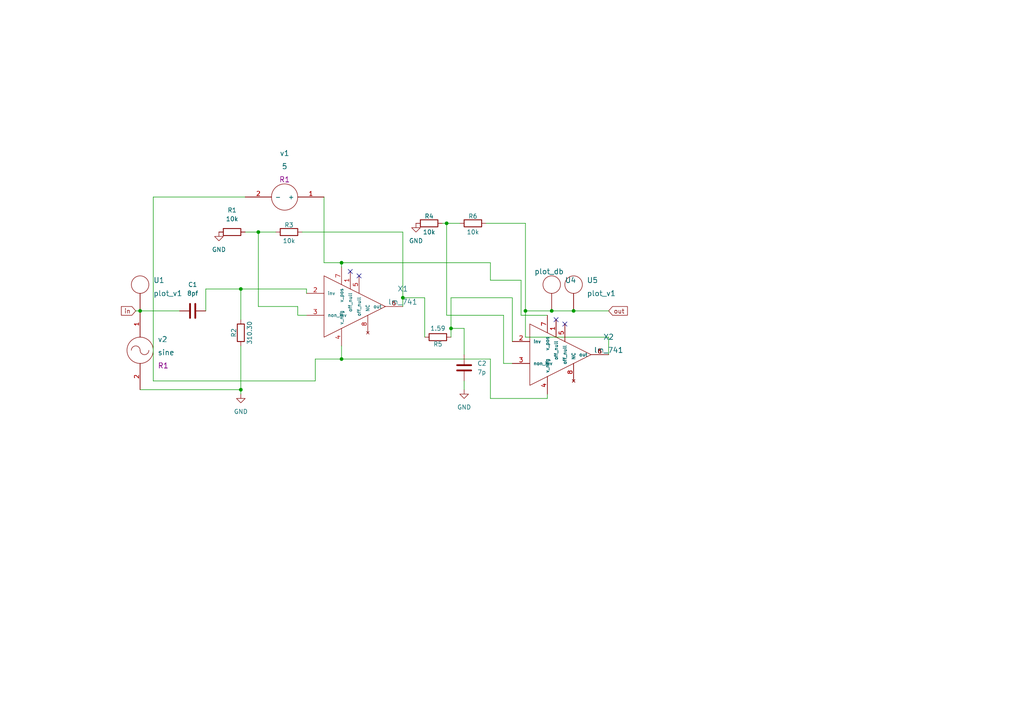
<source format=kicad_sch>
(kicad_sch (version 20211123) (generator eeschema)

  (uuid 9ce068d3-bd70-408a-a465-3e5b5c99282f)

  (paper "A4")

  (lib_symbols
    (symbol "eSim_Devices:capacitor" (pin_numbers hide) (pin_names (offset 0.254)) (in_bom yes) (on_board yes)
      (property "Reference" "C" (id 0) (at 0.635 2.54 0)
        (effects (font (size 1.27 1.27)) (justify left))
      )
      (property "Value" "capacitor" (id 1) (at 0.635 -2.54 0)
        (effects (font (size 1.27 1.27)) (justify left))
      )
      (property "Footprint" "" (id 2) (at 0.9652 -3.81 0)
        (effects (font (size 0.762 0.762)))
      )
      (property "Datasheet" "" (id 3) (at 0 0 0)
        (effects (font (size 1.524 1.524)))
      )
      (property "ki_fp_filters" "C_*" (id 4) (at 0 0 0)
        (effects (font (size 1.27 1.27)) hide)
      )
      (symbol "capacitor_0_1"
        (polyline
          (pts
            (xy -2.032 -0.762)
            (xy 2.032 -0.762)
          )
          (stroke (width 0.508) (type default) (color 0 0 0 0))
          (fill (type none))
        )
        (polyline
          (pts
            (xy -2.032 0.762)
            (xy 2.032 0.762)
          )
          (stroke (width 0.508) (type default) (color 0 0 0 0))
          (fill (type none))
        )
      )
      (symbol "capacitor_1_1"
        (pin passive line (at 0 3.81 270) (length 2.794)
          (name "~" (effects (font (size 1.016 1.016))))
          (number "1" (effects (font (size 1.016 1.016))))
        )
        (pin passive line (at 0 -3.81 90) (length 2.794)
          (name "~" (effects (font (size 1.016 1.016))))
          (number "2" (effects (font (size 1.016 1.016))))
        )
      )
    )
    (symbol "eSim_Devices:resistor" (pin_numbers hide) (pin_names (offset 0)) (in_bom yes) (on_board yes)
      (property "Reference" "R" (id 0) (at 1.27 3.302 0)
        (effects (font (size 1.27 1.27)))
      )
      (property "Value" "resistor" (id 1) (at 1.27 -1.27 0)
        (effects (font (size 1.27 1.27)))
      )
      (property "Footprint" "" (id 2) (at 1.27 -0.508 0)
        (effects (font (size 0.762 0.762)))
      )
      (property "Datasheet" "" (id 3) (at 1.27 1.27 90)
        (effects (font (size 0.762 0.762)))
      )
      (property "ki_fp_filters" "R_* Resistor_*" (id 4) (at 0 0 0)
        (effects (font (size 1.27 1.27)) hide)
      )
      (symbol "resistor_0_1"
        (rectangle (start 3.81 0.254) (end -1.27 2.286)
          (stroke (width 0.254) (type default) (color 0 0 0 0))
          (fill (type none))
        )
      )
      (symbol "resistor_1_1"
        (pin passive line (at -2.54 1.27 0) (length 1.27)
          (name "~" (effects (font (size 1.524 1.524))))
          (number "1" (effects (font (size 1.524 1.524))))
        )
        (pin passive line (at 5.08 1.27 180) (length 1.27)
          (name "~" (effects (font (size 1.524 1.524))))
          (number "2" (effects (font (size 1.524 1.524))))
        )
      )
    )
    (symbol "eSim_Plot:plot_db" (pin_names (offset 1.016)) (in_bom yes) (on_board yes)
      (property "Reference" "U" (id 0) (at 0 12.7 0)
        (effects (font (size 1.524 1.524)))
      )
      (property "Value" "plot_db" (id 1) (at 5.08 8.89 0)
        (effects (font (size 1.524 1.524)))
      )
      (property "Footprint" "" (id 2) (at 0 0 0)
        (effects (font (size 1.524 1.524)))
      )
      (property "Datasheet" "" (id 3) (at 0 0 0)
        (effects (font (size 1.524 1.524)))
      )
      (symbol "plot_db_0_1"
        (circle (center 0 12.7) (radius 2.54)
          (stroke (width 0) (type default) (color 0 0 0 0))
          (fill (type none))
        )
      )
      (symbol "plot_db_1_1"
        (pin input line (at 0 5.08 90) (length 5.08)
          (name "~" (effects (font (size 1.27 1.27))))
          (number "~" (effects (font (size 1.27 1.27))))
        )
      )
    )
    (symbol "eSim_Plot:plot_v1" (pin_names (offset 1.016)) (in_bom yes) (on_board yes)
      (property "Reference" "U" (id 0) (at 0 12.7 0)
        (effects (font (size 1.524 1.524)))
      )
      (property "Value" "plot_v1" (id 1) (at 5.08 8.89 0)
        (effects (font (size 1.524 1.524)))
      )
      (property "Footprint" "" (id 2) (at 0 0 0)
        (effects (font (size 1.524 1.524)))
      )
      (property "Datasheet" "" (id 3) (at 0 0 0)
        (effects (font (size 1.524 1.524)))
      )
      (symbol "plot_v1_0_1"
        (circle (center 0 12.7) (radius 2.54)
          (stroke (width 0) (type default) (color 0 0 0 0))
          (fill (type none))
        )
      )
      (symbol "plot_v1_1_1"
        (pin input line (at 0 5.08 90) (length 5.08)
          (name "~" (effects (font (size 1.27 1.27))))
          (number "~" (effects (font (size 1.27 1.27))))
        )
      )
    )
    (symbol "eSim_Sources:DC" (pin_names (offset 1.016)) (in_bom yes) (on_board yes)
      (property "Reference" "v" (id 0) (at -5.08 2.54 0)
        (effects (font (size 1.524 1.524)))
      )
      (property "Value" "DC" (id 1) (at -5.08 -1.27 0)
        (effects (font (size 1.524 1.524)))
      )
      (property "Footprint" "R1" (id 2) (at -7.62 0 0)
        (effects (font (size 1.524 1.524)))
      )
      (property "Datasheet" "" (id 3) (at 0 0 0)
        (effects (font (size 1.524 1.524)))
      )
      (property "ki_fp_filters" "1_pin" (id 4) (at 0 0 0)
        (effects (font (size 1.27 1.27)) hide)
      )
      (symbol "DC_0_1"
        (circle (center 0 0) (radius 3.81)
          (stroke (width 0) (type default) (color 0 0 0 0))
          (fill (type none))
        )
      )
      (symbol "DC_1_1"
        (pin power_out line (at 0 11.43 270) (length 7.62)
          (name "+" (effects (font (size 1.27 1.27))))
          (number "1" (effects (font (size 1.27 1.27))))
        )
        (pin power_out line (at 0 -11.43 90) (length 7.62)
          (name "-" (effects (font (size 1.27 1.27))))
          (number "2" (effects (font (size 1.27 1.27))))
        )
      )
    )
    (symbol "eSim_Sources:sine" (pin_names (offset 1.016)) (in_bom yes) (on_board yes)
      (property "Reference" "v" (id 0) (at -5.08 2.54 0)
        (effects (font (size 1.524 1.524)))
      )
      (property "Value" "sine" (id 1) (at -5.08 -1.27 0)
        (effects (font (size 1.524 1.524)))
      )
      (property "Footprint" "R1" (id 2) (at -7.62 0 0)
        (effects (font (size 1.524 1.524)))
      )
      (property "Datasheet" "" (id 3) (at 0 0 0)
        (effects (font (size 1.524 1.524)))
      )
      (property "ki_fp_filters" "1_pin" (id 4) (at 0 0 0)
        (effects (font (size 1.27 1.27)) hide)
      )
      (symbol "sine_0_1"
        (arc (start 0 0) (mid -1.27 1.27) (end -2.54 0)
          (stroke (width 0) (type default) (color 0 0 0 0))
          (fill (type none))
        )
        (arc (start 0 0) (mid 1.27 -1.27) (end 2.54 0)
          (stroke (width 0) (type default) (color 0 0 0 0))
          (fill (type none))
        )
        (circle (center 0 0) (radius 3.81)
          (stroke (width 0) (type default) (color 0 0 0 0))
          (fill (type none))
        )
      )
      (symbol "sine_1_1"
        (pin input line (at 0 11.43 270) (length 7.62)
          (name "+" (effects (font (size 0 0))))
          (number "1" (effects (font (size 1.27 1.27))))
        )
        (pin input line (at 0 -11.43 90) (length 7.62)
          (name "-" (effects (font (size 0 0))))
          (number "2" (effects (font (size 1.27 1.27))))
        )
      )
    )
    (symbol "eSim_Subckt:lm_741" (pin_names (offset 1.016)) (in_bom yes) (on_board yes)
      (property "Reference" "X" (id 0) (at -5.08 0 0)
        (effects (font (size 1.524 1.524)))
      )
      (property "Value" "lm_741" (id 1) (at -2.54 -6.35 0)
        (effects (font (size 1.524 1.524)))
      )
      (property "Footprint" "" (id 2) (at 0 0 0)
        (effects (font (size 1.524 1.524)))
      )
      (property "Datasheet" "" (id 3) (at 0 0 0)
        (effects (font (size 1.524 1.524)))
      )
      (symbol "lm_741_0_1"
        (polyline
          (pts
            (xy -8.89 8.89)
            (xy 8.89 0)
            (xy -8.89 -8.89)
            (xy -8.89 8.89)
          )
          (stroke (width 0) (type default) (color 0 0 0 0))
          (fill (type none))
        )
      )
      (symbol "lm_741_1_1"
        (pin input line (at -1.27 10.16 270) (length 5.08)
          (name "off_null" (effects (font (size 0.9652 0.9652))))
          (number "1" (effects (font (size 1.27 1.27))))
        )
        (pin input line (at -13.97 3.81 0) (length 5.08)
          (name "inv" (effects (font (size 0.9652 0.9652))))
          (number "2" (effects (font (size 1.27 1.27))))
        )
        (pin input line (at -13.97 -2.54 0) (length 5.08)
          (name "non_inv" (effects (font (size 0.9652 0.9652))))
          (number "3" (effects (font (size 1.27 1.27))))
        )
        (pin input line (at -3.81 -11.43 90) (length 5.08)
          (name "v_neg" (effects (font (size 0.9652 0.9652))))
          (number "4" (effects (font (size 1.27 1.27))))
        )
        (pin input line (at 1.27 8.89 270) (length 5.08)
          (name "off_null" (effects (font (size 0.9652 0.9652))))
          (number "5" (effects (font (size 1.27 1.27))))
        )
        (pin output line (at 13.97 0 180) (length 5.08)
          (name "out" (effects (font (size 0.9652 0.9652))))
          (number "6" (effects (font (size 1.27 1.27))))
        )
        (pin input line (at -3.81 11.43 270) (length 5.08)
          (name "v_pos" (effects (font (size 0.9652 0.9652))))
          (number "7" (effects (font (size 1.27 1.27))))
        )
        (pin no_connect line (at 3.81 -7.62 90) (length 5.08)
          (name "NC" (effects (font (size 0.9652 0.9652))))
          (number "8" (effects (font (size 1.27 1.27))))
        )
      )
    )
    (symbol "power:GND" (power) (pin_names (offset 0)) (in_bom yes) (on_board yes)
      (property "Reference" "#PWR" (id 0) (at 0 -6.35 0)
        (effects (font (size 1.27 1.27)) hide)
      )
      (property "Value" "GND" (id 1) (at 0 -3.81 0)
        (effects (font (size 1.27 1.27)))
      )
      (property "Footprint" "" (id 2) (at 0 0 0)
        (effects (font (size 1.27 1.27)) hide)
      )
      (property "Datasheet" "" (id 3) (at 0 0 0)
        (effects (font (size 1.27 1.27)) hide)
      )
      (property "ki_keywords" "global power" (id 4) (at 0 0 0)
        (effects (font (size 1.27 1.27)) hide)
      )
      (property "ki_description" "Power symbol creates a global label with name \"GND\" , ground" (id 5) (at 0 0 0)
        (effects (font (size 1.27 1.27)) hide)
      )
      (symbol "GND_0_1"
        (polyline
          (pts
            (xy 0 0)
            (xy 0 -1.27)
            (xy 1.27 -1.27)
            (xy 0 -2.54)
            (xy -1.27 -1.27)
            (xy 0 -1.27)
          )
          (stroke (width 0) (type default) (color 0 0 0 0))
          (fill (type none))
        )
      )
      (symbol "GND_1_1"
        (pin power_in line (at 0 0 270) (length 0) hide
          (name "GND" (effects (font (size 1.27 1.27))))
          (number "1" (effects (font (size 1.27 1.27))))
        )
      )
    )
  )

  (junction (at 99.06 76.2) (diameter 0) (color 0 0 0 0)
    (uuid 0282cbb8-d5ad-4fce-a161-438f66c55ebc)
  )
  (junction (at 74.93 67.31) (diameter 0) (color 0 0 0 0)
    (uuid 0c07638e-173d-4b70-b0a8-14f8812b61b2)
  )
  (junction (at 99.06 104.14) (diameter 0) (color 0 0 0 0)
    (uuid 26400f4f-2e70-402b-915a-7e26109e4177)
  )
  (junction (at 69.85 113.03) (diameter 0) (color 0 0 0 0)
    (uuid 37a9af69-839c-4b20-bedb-2b1b1bf40048)
  )
  (junction (at 152.4 90.17) (diameter 0) (color 0 0 0 0)
    (uuid 409f5528-987a-443e-8818-af20280fae06)
  )
  (junction (at 40.64 90.17) (diameter 0) (color 0 0 0 0)
    (uuid 4f4121a1-f017-4782-a94d-e52c86e38051)
  )
  (junction (at 116.84 86.36) (diameter 0) (color 0 0 0 0)
    (uuid 5a4a98e2-01f7-4079-865d-6a6a9a101746)
  )
  (junction (at 166.37 90.17) (diameter 0) (color 0 0 0 0)
    (uuid 66cb7e90-9d8a-4cd2-ad6b-38c431eebc9a)
  )
  (junction (at 69.85 83.82) (diameter 0) (color 0 0 0 0)
    (uuid 81ef74db-21c8-46c9-a2d7-4e32be960bed)
  )
  (junction (at 160.02 90.17) (diameter 0) (color 0 0 0 0)
    (uuid a733703c-55e2-4eec-af85-6696f8b53a10)
  )
  (junction (at 129.54 64.77) (diameter 0) (color 0 0 0 0)
    (uuid f0c88a59-74b6-4073-a038-e8a24511d4da)
  )
  (junction (at 130.81 95.25) (diameter 0) (color 0 0 0 0)
    (uuid f1cfd8bb-97d9-45b6-bd35-13f30660a66b)
  )

  (no_connect (at 101.6 78.74) (uuid 0ee1a429-aed0-4b91-a4e6-0273040a2c4f))
  (no_connect (at 104.14 80.01) (uuid 873e57b9-82be-4dec-82a7-93409a49f55a))
  (no_connect (at 161.29 92.71) (uuid 94520c07-e3f7-4f26-8245-11627c627b80))
  (no_connect (at 163.83 93.98) (uuid cd7b9987-4ae3-4898-a031-6a4ea3f1e513))

  (wire (pts (xy 142.24 104.14) (xy 99.06 104.14))
    (stroke (width 0) (type default) (color 0 0 0 0))
    (uuid 019b1d69-2268-49d9-bcc2-336105c3e518)
  )
  (wire (pts (xy 69.85 114.3) (xy 69.85 113.03))
    (stroke (width 0) (type default) (color 0 0 0 0))
    (uuid 05cb170c-cdec-4232-9e07-1a6cdb3aaa9e)
  )
  (wire (pts (xy 152.4 90.17) (xy 152.4 97.79))
    (stroke (width 0) (type default) (color 0 0 0 0))
    (uuid 0a437bf4-9880-4155-ba7f-bdf079a11afc)
  )
  (wire (pts (xy 140.97 64.77) (xy 152.4 64.77))
    (stroke (width 0) (type default) (color 0 0 0 0))
    (uuid 0a6597f2-869b-4c03-a89a-45fb817624d5)
  )
  (wire (pts (xy 129.54 64.77) (xy 133.35 64.77))
    (stroke (width 0) (type default) (color 0 0 0 0))
    (uuid 195b16a0-1913-44ef-b004-df00ebca06cb)
  )
  (wire (pts (xy 151.13 81.28) (xy 142.24 81.28))
    (stroke (width 0) (type default) (color 0 0 0 0))
    (uuid 19bda347-19f5-4108-8a9b-7803a85e99b3)
  )
  (wire (pts (xy 71.12 67.31) (xy 74.93 67.31))
    (stroke (width 0) (type default) (color 0 0 0 0))
    (uuid 1d7c0b09-7b7a-4a37-8da6-4c014b13a036)
  )
  (wire (pts (xy 69.85 83.82) (xy 88.9 83.82))
    (stroke (width 0) (type default) (color 0 0 0 0))
    (uuid 2058246c-6730-4a54-b378-c845a50c9fa3)
  )
  (wire (pts (xy 158.75 115.57) (xy 158.75 114.3))
    (stroke (width 0) (type default) (color 0 0 0 0))
    (uuid 22201676-f1f2-46f8-9a5b-ab8b7a01bb05)
  )
  (wire (pts (xy 44.45 57.15) (xy 44.45 110.49))
    (stroke (width 0) (type default) (color 0 0 0 0))
    (uuid 23dbc872-a352-4769-a581-117261e0e8ba)
  )
  (wire (pts (xy 99.06 76.2) (xy 99.06 77.47))
    (stroke (width 0) (type default) (color 0 0 0 0))
    (uuid 27ba14e5-90c8-41cc-865d-ebfadd8c416a)
  )
  (wire (pts (xy 142.24 76.2) (xy 142.24 81.28))
    (stroke (width 0) (type default) (color 0 0 0 0))
    (uuid 28072fde-b0c1-47ca-850a-7eb8a65ef795)
  )
  (wire (pts (xy 129.54 64.77) (xy 129.54 91.44))
    (stroke (width 0) (type default) (color 0 0 0 0))
    (uuid 2854c758-afc7-41d2-913f-770aaf570f61)
  )
  (wire (pts (xy 146.05 91.44) (xy 146.05 105.41))
    (stroke (width 0) (type default) (color 0 0 0 0))
    (uuid 2f8d6ddc-9fb8-4112-aa58-9a18a69ac2e0)
  )
  (wire (pts (xy 116.84 86.36) (xy 116.84 88.9))
    (stroke (width 0) (type default) (color 0 0 0 0))
    (uuid 2fb84edb-35dd-4b10-8dcf-28f9d3c40854)
  )
  (wire (pts (xy 160.02 90.17) (xy 166.37 90.17))
    (stroke (width 0) (type default) (color 0 0 0 0))
    (uuid 339df927-8ae4-4af9-bc6f-7d8844892106)
  )
  (wire (pts (xy 152.4 97.79) (xy 176.53 97.79))
    (stroke (width 0) (type default) (color 0 0 0 0))
    (uuid 37fec3cc-6d28-4db5-991a-2f2fc96175e9)
  )
  (wire (pts (xy 99.06 100.33) (xy 99.06 104.14))
    (stroke (width 0) (type default) (color 0 0 0 0))
    (uuid 4a6826ac-a339-48be-8cb7-38a68979da7e)
  )
  (wire (pts (xy 130.81 86.36) (xy 148.59 86.36))
    (stroke (width 0) (type default) (color 0 0 0 0))
    (uuid 53d32692-2bf3-45f9-b82f-710a324cc9e5)
  )
  (wire (pts (xy 40.64 90.17) (xy 52.07 90.17))
    (stroke (width 0) (type default) (color 0 0 0 0))
    (uuid 590908a8-8c2b-42c3-be2c-2ad4e3236959)
  )
  (wire (pts (xy 44.45 110.49) (xy 91.44 110.49))
    (stroke (width 0) (type default) (color 0 0 0 0))
    (uuid 5b8b4bc2-bad7-41ff-8a53-9b01c69be2be)
  )
  (wire (pts (xy 74.93 88.9) (xy 86.36 88.9))
    (stroke (width 0) (type default) (color 0 0 0 0))
    (uuid 5ca8d0cb-90af-42c4-a88f-81d726a82172)
  )
  (wire (pts (xy 128.27 64.77) (xy 129.54 64.77))
    (stroke (width 0) (type default) (color 0 0 0 0))
    (uuid 5ec2c7c7-cde5-44db-ad39-bf0597262d49)
  )
  (wire (pts (xy 146.05 105.41) (xy 148.59 105.41))
    (stroke (width 0) (type default) (color 0 0 0 0))
    (uuid 62299257-fe06-4db1-8ab1-9e207f12ee79)
  )
  (wire (pts (xy 99.06 76.2) (xy 142.24 76.2))
    (stroke (width 0) (type default) (color 0 0 0 0))
    (uuid 65960f7f-2e97-474b-b5ee-84d5f510b80d)
  )
  (wire (pts (xy 59.69 83.82) (xy 59.69 90.17))
    (stroke (width 0) (type default) (color 0 0 0 0))
    (uuid 68cef59d-4a0c-4776-ac3d-ffb948bf9047)
  )
  (wire (pts (xy 91.44 110.49) (xy 91.44 104.14))
    (stroke (width 0) (type default) (color 0 0 0 0))
    (uuid 69d49bff-c88a-4bec-a1fb-b07a6fa9d29d)
  )
  (wire (pts (xy 69.85 83.82) (xy 69.85 92.71))
    (stroke (width 0) (type default) (color 0 0 0 0))
    (uuid 6e8498bf-3ce1-446f-a458-89c2f2b7f1dc)
  )
  (wire (pts (xy 152.4 90.17) (xy 160.02 90.17))
    (stroke (width 0) (type default) (color 0 0 0 0))
    (uuid 75ba8f19-618f-4ead-8239-f72c78a3078b)
  )
  (wire (pts (xy 87.63 67.31) (xy 116.84 67.31))
    (stroke (width 0) (type default) (color 0 0 0 0))
    (uuid 81a1227a-a20f-4d84-8548-914b0ef47270)
  )
  (wire (pts (xy 86.36 88.9) (xy 86.36 91.44))
    (stroke (width 0) (type default) (color 0 0 0 0))
    (uuid 83805f58-1dbe-4ea8-a893-627f0c42ae9f)
  )
  (wire (pts (xy 158.75 91.44) (xy 151.13 91.44))
    (stroke (width 0) (type default) (color 0 0 0 0))
    (uuid 84f761ae-d9fb-4c2a-ae73-5f0d097ee10d)
  )
  (wire (pts (xy 69.85 83.82) (xy 59.69 83.82))
    (stroke (width 0) (type default) (color 0 0 0 0))
    (uuid 886798f4-0555-4cc0-bf1f-097f6513d66b)
  )
  (wire (pts (xy 130.81 95.25) (xy 130.81 86.36))
    (stroke (width 0) (type default) (color 0 0 0 0))
    (uuid 8a6aa854-b31b-4fcb-a0b3-7f11560a86d9)
  )
  (wire (pts (xy 93.98 57.15) (xy 93.98 76.2))
    (stroke (width 0) (type default) (color 0 0 0 0))
    (uuid 8b96c2b0-088b-4f44-83f0-2e013bb93da7)
  )
  (wire (pts (xy 152.4 64.77) (xy 152.4 90.17))
    (stroke (width 0) (type default) (color 0 0 0 0))
    (uuid 8ee53f35-c849-48c5-af81-572a56a27863)
  )
  (wire (pts (xy 130.81 97.79) (xy 130.81 95.25))
    (stroke (width 0) (type default) (color 0 0 0 0))
    (uuid 91c09a56-c13d-47ac-b0e2-316699d8a5b2)
  )
  (wire (pts (xy 99.06 104.14) (xy 91.44 104.14))
    (stroke (width 0) (type default) (color 0 0 0 0))
    (uuid 9ca15b7f-4aff-4136-b0f9-dbe83d6d8b7e)
  )
  (wire (pts (xy 93.98 76.2) (xy 99.06 76.2))
    (stroke (width 0) (type default) (color 0 0 0 0))
    (uuid a33b95d4-de58-4c70-b8f0-6e55fc383628)
  )
  (wire (pts (xy 134.62 110.49) (xy 134.62 113.03))
    (stroke (width 0) (type default) (color 0 0 0 0))
    (uuid a43dc7a2-8d2f-4670-a9a7-d8d24aadc645)
  )
  (wire (pts (xy 176.53 90.17) (xy 166.37 90.17))
    (stroke (width 0) (type default) (color 0 0 0 0))
    (uuid a649aa91-e76d-4b04-913f-49ed8663e3b4)
  )
  (wire (pts (xy 86.36 91.44) (xy 88.9 91.44))
    (stroke (width 0) (type default) (color 0 0 0 0))
    (uuid ac7c2e71-878a-4a7a-9fc3-b9bd1ded3e71)
  )
  (wire (pts (xy 116.84 86.36) (xy 123.19 86.36))
    (stroke (width 0) (type default) (color 0 0 0 0))
    (uuid ae94e872-becf-412d-a350-042a6ebf72de)
  )
  (wire (pts (xy 151.13 91.44) (xy 151.13 81.28))
    (stroke (width 0) (type default) (color 0 0 0 0))
    (uuid b37220ca-5d83-4d17-b7a2-bbc234c0553c)
  )
  (wire (pts (xy 123.19 86.36) (xy 123.19 97.79))
    (stroke (width 0) (type default) (color 0 0 0 0))
    (uuid ba4a4545-6510-411d-aa4a-9c3960228b36)
  )
  (wire (pts (xy 74.93 67.31) (xy 80.01 67.31))
    (stroke (width 0) (type default) (color 0 0 0 0))
    (uuid ba792235-cdfa-4a0f-a303-b49d54d6efe1)
  )
  (wire (pts (xy 40.64 90.17) (xy 39.37 90.17))
    (stroke (width 0) (type default) (color 0 0 0 0))
    (uuid bac4027d-4401-426d-96ee-48c1dc710cd5)
  )
  (wire (pts (xy 88.9 83.82) (xy 88.9 85.09))
    (stroke (width 0) (type default) (color 0 0 0 0))
    (uuid c024b235-ec12-4d80-827c-450e2a89882c)
  )
  (wire (pts (xy 142.24 115.57) (xy 158.75 115.57))
    (stroke (width 0) (type default) (color 0 0 0 0))
    (uuid c1b9695b-d1b9-416d-b86b-ff9ffddf9fc3)
  )
  (wire (pts (xy 130.81 95.25) (xy 134.62 95.25))
    (stroke (width 0) (type default) (color 0 0 0 0))
    (uuid c9683531-7016-4d63-9616-df5314c9236e)
  )
  (wire (pts (xy 74.93 67.31) (xy 74.93 88.9))
    (stroke (width 0) (type default) (color 0 0 0 0))
    (uuid cb4f9fc1-c976-4e2b-81cb-25bc4bedb135)
  )
  (wire (pts (xy 129.54 91.44) (xy 146.05 91.44))
    (stroke (width 0) (type default) (color 0 0 0 0))
    (uuid d88bd510-0b5a-454c-8d40-d1908d3bd8ef)
  )
  (wire (pts (xy 69.85 113.03) (xy 69.85 100.33))
    (stroke (width 0) (type default) (color 0 0 0 0))
    (uuid d8e1730c-3bed-439d-9977-f71522bc5757)
  )
  (wire (pts (xy 40.64 113.03) (xy 69.85 113.03))
    (stroke (width 0) (type default) (color 0 0 0 0))
    (uuid e4e1f24e-f4aa-4c91-99a2-a2e0e73e629a)
  )
  (wire (pts (xy 71.12 57.15) (xy 44.45 57.15))
    (stroke (width 0) (type default) (color 0 0 0 0))
    (uuid e4ea7350-8e61-41ba-81b2-78775b54248e)
  )
  (wire (pts (xy 116.84 67.31) (xy 116.84 86.36))
    (stroke (width 0) (type default) (color 0 0 0 0))
    (uuid e755ac49-ae57-4989-85af-3c88465c7069)
  )
  (wire (pts (xy 142.24 104.14) (xy 142.24 115.57))
    (stroke (width 0) (type default) (color 0 0 0 0))
    (uuid e91cdd52-ce36-489a-9716-c0053c994d84)
  )
  (wire (pts (xy 176.53 97.79) (xy 176.53 102.87))
    (stroke (width 0) (type default) (color 0 0 0 0))
    (uuid f774f412-d491-4dc3-aa32-b0d9c3109f2a)
  )
  (wire (pts (xy 148.59 86.36) (xy 148.59 99.06))
    (stroke (width 0) (type default) (color 0 0 0 0))
    (uuid fe0940cb-e920-4866-8f8e-96fe718a6415)
  )
  (wire (pts (xy 134.62 95.25) (xy 134.62 102.87))
    (stroke (width 0) (type default) (color 0 0 0 0))
    (uuid ff6ceb70-81c6-411c-b035-01431f57e73a)
  )

  (global_label "out" (shape input) (at 176.53 90.17 0) (fields_autoplaced)
    (effects (font (size 1.27 1.27)) (justify left))
    (uuid 1e661df0-c3dd-4323-8dbe-0e9b71924ec6)
    (property "Intersheet References" "${INTERSHEET_REFS}" (id 0) (at 181.9669 90.0906 0)
      (effects (font (size 1.27 1.27)) (justify left) hide)
    )
  )
  (global_label "in" (shape input) (at 39.37 90.17 180) (fields_autoplaced)
    (effects (font (size 1.27 1.27)) (justify right))
    (uuid a2ceaae1-23ca-4527-ad99-bc23ab856ccf)
    (property "Intersheet References" "${INTERSHEET_REFS}" (id 0) (at 35.2031 90.0906 0)
      (effects (font (size 1.27 1.27)) (justify right) hide)
    )
  )

  (symbol (lib_id "eSim_Devices:resistor") (at 135.89 66.04 0) (unit 1)
    (in_bom yes) (on_board yes)
    (uuid 10b650a2-f53a-4866-a5c7-8ca1fd5eaff4)
    (property "Reference" "R6" (id 0) (at 137.16 62.738 0))
    (property "Value" "10k" (id 1) (at 137.16 67.31 0))
    (property "Footprint" "" (id 2) (at 137.16 66.548 0)
      (effects (font (size 0.762 0.762)))
    )
    (property "Datasheet" "" (id 3) (at 137.16 64.77 90)
      (effects (font (size 0.762 0.762)))
    )
    (pin "1" (uuid 99f90d95-434d-4c83-b420-ba3c771b16ed))
    (pin "2" (uuid a648e839-779d-4ea5-8b95-dfcf5756cc23))
  )

  (symbol (lib_id "eSim_Sources:sine") (at 40.64 101.6 0) (unit 1)
    (in_bom yes) (on_board yes) (fields_autoplaced)
    (uuid 1be627aa-f7ed-4811-9152-24ab00df7703)
    (property "Reference" "v2" (id 0) (at 45.72 98.425 0)
      (effects (font (size 1.524 1.524)) (justify left))
    )
    (property "Value" "sine" (id 1) (at 45.72 102.235 0)
      (effects (font (size 1.524 1.524)) (justify left))
    )
    (property "Footprint" "R1" (id 2) (at 45.72 106.045 0)
      (effects (font (size 1.524 1.524)) (justify left))
    )
    (property "Datasheet" "" (id 3) (at 40.64 101.6 0)
      (effects (font (size 1.524 1.524)))
    )
    (pin "1" (uuid 38b26e77-a2f8-445b-82d4-600d35e0c6d6))
    (pin "2" (uuid f2861dd1-0d5f-4856-be7a-3e32078add6c))
  )

  (symbol (lib_id "eSim_Devices:resistor") (at 66.04 68.58 0) (unit 1)
    (in_bom yes) (on_board yes) (fields_autoplaced)
    (uuid 2a5a71b0-427d-4a85-9497-85101cdbec62)
    (property "Reference" "R1" (id 0) (at 67.31 60.96 0))
    (property "Value" "10k" (id 1) (at 67.31 63.5 0))
    (property "Footprint" "" (id 2) (at 67.31 69.088 0)
      (effects (font (size 0.762 0.762)))
    )
    (property "Datasheet" "" (id 3) (at 67.31 67.31 90)
      (effects (font (size 0.762 0.762)))
    )
    (pin "1" (uuid 540607bf-9210-49df-a730-a75466262ed3))
    (pin "2" (uuid 7b1a866a-b345-4d86-b1f7-e987b14dca2e))
  )

  (symbol (lib_id "power:GND") (at 120.65 64.77 0) (unit 1)
    (in_bom yes) (on_board yes) (fields_autoplaced)
    (uuid 3267c601-a33c-4b87-876d-ee8f53eaaaac)
    (property "Reference" "#PWR0101" (id 0) (at 120.65 71.12 0)
      (effects (font (size 1.27 1.27)) hide)
    )
    (property "Value" "GND" (id 1) (at 120.65 69.85 0))
    (property "Footprint" "" (id 2) (at 120.65 64.77 0)
      (effects (font (size 1.27 1.27)) hide)
    )
    (property "Datasheet" "" (id 3) (at 120.65 64.77 0)
      (effects (font (size 1.27 1.27)) hide)
    )
    (pin "1" (uuid ca49e26a-be69-49d2-a15e-f532d8442ad8))
  )

  (symbol (lib_id "eSim_Plot:plot_v1") (at 166.37 95.25 0) (unit 1)
    (in_bom yes) (on_board yes) (fields_autoplaced)
    (uuid 435d14ba-da2c-4387-bfdd-e76b9e454937)
    (property "Reference" "U5" (id 0) (at 170.18 81.28 0)
      (effects (font (size 1.524 1.524)) (justify left))
    )
    (property "Value" "plot_v1" (id 1) (at 170.18 85.09 0)
      (effects (font (size 1.524 1.524)) (justify left))
    )
    (property "Footprint" "" (id 2) (at 166.37 95.25 0)
      (effects (font (size 1.524 1.524)))
    )
    (property "Datasheet" "" (id 3) (at 166.37 95.25 0)
      (effects (font (size 1.524 1.524)))
    )
    (pin "~" (uuid 37f3795c-f404-4078-9023-e6ea8ab2079e))
  )

  (symbol (lib_id "eSim_Plot:plot_db") (at 160.02 95.25 0) (unit 1)
    (in_bom yes) (on_board yes)
    (uuid 4794c019-836a-4437-9221-523cd0ed810c)
    (property "Reference" "U4" (id 0) (at 163.83 81.28 0)
      (effects (font (size 1.524 1.524)) (justify left))
    )
    (property "Value" "plot_db" (id 1) (at 154.94 78.74 0)
      (effects (font (size 1.524 1.524)) (justify left))
    )
    (property "Footprint" "" (id 2) (at 160.02 95.25 0)
      (effects (font (size 1.524 1.524)))
    )
    (property "Datasheet" "" (id 3) (at 160.02 95.25 0)
      (effects (font (size 1.524 1.524)))
    )
    (pin "~" (uuid 1e7b1286-4e06-4ae3-a56d-1ad608667f17))
  )

  (symbol (lib_id "power:GND") (at 69.85 114.3 0) (unit 1)
    (in_bom yes) (on_board yes) (fields_autoplaced)
    (uuid 6ce25c6d-6076-4277-ad0c-a6de8ab284af)
    (property "Reference" "#PWR0103" (id 0) (at 69.85 120.65 0)
      (effects (font (size 1.27 1.27)) hide)
    )
    (property "Value" "GND" (id 1) (at 69.85 119.38 0))
    (property "Footprint" "" (id 2) (at 69.85 114.3 0)
      (effects (font (size 1.27 1.27)) hide)
    )
    (property "Datasheet" "" (id 3) (at 69.85 114.3 0)
      (effects (font (size 1.27 1.27)) hide)
    )
    (pin "1" (uuid 53c3508e-85ad-449e-88ce-661a159722f7))
  )

  (symbol (lib_id "eSim_Devices:capacitor") (at 55.88 90.17 90) (unit 1)
    (in_bom yes) (on_board yes) (fields_autoplaced)
    (uuid 6cf7227d-03a6-46da-b553-f7733b3f7a7c)
    (property "Reference" "C1" (id 0) (at 55.88 82.55 90))
    (property "Value" "8pf" (id 1) (at 55.88 85.09 90))
    (property "Footprint" "" (id 2) (at 59.69 89.2048 0)
      (effects (font (size 0.762 0.762)))
    )
    (property "Datasheet" "" (id 3) (at 55.88 90.17 0)
      (effects (font (size 1.524 1.524)))
    )
    (pin "1" (uuid 8e940dfc-edba-4ef8-8faf-bbe676ec7cc9))
    (pin "2" (uuid c149061a-ad7a-4394-9748-920d6f927983))
  )

  (symbol (lib_id "eSim_Devices:resistor") (at 128.27 96.52 180) (unit 1)
    (in_bom yes) (on_board yes)
    (uuid 78ecff3b-d535-4a75-bcbe-fc99dcab03a1)
    (property "Reference" "R5" (id 0) (at 127 99.822 0))
    (property "Value" "1.59" (id 1) (at 127 95.25 0))
    (property "Footprint" "" (id 2) (at 127 96.012 0)
      (effects (font (size 0.762 0.762)))
    )
    (property "Datasheet" "" (id 3) (at 127 97.79 90)
      (effects (font (size 0.762 0.762)))
    )
    (pin "1" (uuid 418df04f-f2a1-49ea-86c3-5ce756d0f0bf))
    (pin "2" (uuid 67cfb984-a4ad-475d-8085-5b06166156f9))
  )

  (symbol (lib_id "eSim_Devices:capacitor") (at 134.62 106.68 0) (unit 1)
    (in_bom yes) (on_board yes) (fields_autoplaced)
    (uuid 87b17078-6022-417e-b0fd-9c854b1bb765)
    (property "Reference" "C2" (id 0) (at 138.43 105.4099 0)
      (effects (font (size 1.27 1.27)) (justify left))
    )
    (property "Value" "7p" (id 1) (at 138.43 107.9499 0)
      (effects (font (size 1.27 1.27)) (justify left))
    )
    (property "Footprint" "" (id 2) (at 135.5852 110.49 0)
      (effects (font (size 0.762 0.762)))
    )
    (property "Datasheet" "" (id 3) (at 134.62 106.68 0)
      (effects (font (size 1.524 1.524)))
    )
    (pin "1" (uuid 238aa978-2a65-4f12-b3b1-b40b309b3034))
    (pin "2" (uuid bcc89b78-7b28-494b-bff2-fb9fd824ca45))
  )

  (symbol (lib_id "eSim_Subckt:lm_741") (at 162.56 102.87 0) (unit 1)
    (in_bom yes) (on_board yes) (fields_autoplaced)
    (uuid 938ca853-1410-499a-9d9e-8146586ac33e)
    (property "Reference" "X2" (id 0) (at 176.53 97.7367 0)
      (effects (font (size 1.524 1.524)))
    )
    (property "Value" "lm_741" (id 1) (at 176.53 101.5467 0)
      (effects (font (size 1.524 1.524)))
    )
    (property "Footprint" "" (id 2) (at 162.56 102.87 0)
      (effects (font (size 1.524 1.524)))
    )
    (property "Datasheet" "" (id 3) (at 162.56 102.87 0)
      (effects (font (size 1.524 1.524)))
    )
    (pin "1" (uuid 04ca2c22-0d64-48ad-9617-4fdcb66b42ac))
    (pin "2" (uuid 5dd0b479-b557-418d-b7be-e9c9b4f5b9da))
    (pin "3" (uuid b152a4ee-0599-43b9-a2aa-f360e5513323))
    (pin "4" (uuid 73c3acb6-0d1e-446e-a128-64c02e4955b7))
    (pin "5" (uuid 78ea4c55-ab62-4353-9809-5d3a569d8213))
    (pin "6" (uuid b28608f2-2b3a-4b31-8225-4ce75c6c6463))
    (pin "7" (uuid 853ed6f7-aa52-47a7-9ec1-db125918a5b8))
    (pin "8" (uuid 9fe8fdd5-b627-4293-950a-2a65aa402954))
  )

  (symbol (lib_id "eSim_Devices:resistor") (at 123.19 66.04 0) (unit 1)
    (in_bom yes) (on_board yes)
    (uuid 98c581ee-1c28-4f26-9f2c-81667bd7b6f4)
    (property "Reference" "R4" (id 0) (at 124.46 62.738 0))
    (property "Value" "10k" (id 1) (at 124.46 67.31 0))
    (property "Footprint" "" (id 2) (at 124.46 66.548 0)
      (effects (font (size 0.762 0.762)))
    )
    (property "Datasheet" "" (id 3) (at 124.46 64.77 90)
      (effects (font (size 0.762 0.762)))
    )
    (pin "1" (uuid eca377b3-27e3-43c5-8676-1b698455e6ae))
    (pin "2" (uuid 0f4d036c-376c-49ee-9f35-2fc66f53ef43))
  )

  (symbol (lib_id "power:GND") (at 134.62 113.03 0) (unit 1)
    (in_bom yes) (on_board yes) (fields_autoplaced)
    (uuid a9ac41c2-cbb3-49da-a4d0-5bb0c82ccf42)
    (property "Reference" "#PWR0102" (id 0) (at 134.62 119.38 0)
      (effects (font (size 1.27 1.27)) hide)
    )
    (property "Value" "GND" (id 1) (at 134.62 118.11 0))
    (property "Footprint" "" (id 2) (at 134.62 113.03 0)
      (effects (font (size 1.27 1.27)) hide)
    )
    (property "Datasheet" "" (id 3) (at 134.62 113.03 0)
      (effects (font (size 1.27 1.27)) hide)
    )
    (pin "1" (uuid 529dd84a-94a4-4a6a-99d2-07f5ea8013ed))
  )

  (symbol (lib_id "eSim_Sources:DC") (at 82.55 57.15 270) (unit 1)
    (in_bom yes) (on_board yes) (fields_autoplaced)
    (uuid adae298a-c228-43bb-b609-dd1abb5e4960)
    (property "Reference" "v1" (id 0) (at 82.55 44.45 90)
      (effects (font (size 1.524 1.524)))
    )
    (property "Value" "5" (id 1) (at 82.55 48.26 90)
      (effects (font (size 1.524 1.524)))
    )
    (property "Footprint" "R1" (id 2) (at 82.55 52.07 90)
      (effects (font (size 1.524 1.524)))
    )
    (property "Datasheet" "" (id 3) (at 82.55 57.15 0)
      (effects (font (size 1.524 1.524)))
    )
    (pin "1" (uuid 7041885a-0805-4dc8-a3e9-791b00e23fd7))
    (pin "2" (uuid 9d67c291-e682-4c09-afde-cbfadef53173))
  )

  (symbol (lib_id "eSim_Subckt:lm_741") (at 102.87 88.9 0) (unit 1)
    (in_bom yes) (on_board yes) (fields_autoplaced)
    (uuid bf9eb909-63fc-4b85-9eaf-723b1f48acc4)
    (property "Reference" "X1" (id 0) (at 116.84 83.7667 0)
      (effects (font (size 1.524 1.524)))
    )
    (property "Value" "lm_741" (id 1) (at 116.84 87.5767 0)
      (effects (font (size 1.524 1.524)))
    )
    (property "Footprint" "" (id 2) (at 102.87 88.9 0)
      (effects (font (size 1.524 1.524)))
    )
    (property "Datasheet" "" (id 3) (at 102.87 88.9 0)
      (effects (font (size 1.524 1.524)))
    )
    (pin "1" (uuid a3c2910c-9542-4655-88e5-8b3a467e7ec8))
    (pin "2" (uuid 9a8e5d72-5c3d-4b96-a602-bb322fabdac9))
    (pin "3" (uuid d3062cae-a823-4c69-9b88-24c8c0b0928b))
    (pin "4" (uuid 327153ca-23ce-4e78-8726-f06fc64a23ad))
    (pin "5" (uuid 5d2034e0-8688-4e98-b414-1f46e03a008f))
    (pin "6" (uuid 4feb8b7b-e31a-4bf4-bd45-e5ae9b49910c))
    (pin "7" (uuid 6f616632-521d-44b1-af50-32865a5d49e8))
    (pin "8" (uuid 947b20d2-b54b-4eff-8fcc-94c2861d7f04))
  )

  (symbol (lib_id "eSim_Devices:resistor") (at 82.55 68.58 0) (unit 1)
    (in_bom yes) (on_board yes)
    (uuid d1bb36e0-d45f-4e03-b0b3-76af3a6297ee)
    (property "Reference" "R3" (id 0) (at 83.82 65.278 0))
    (property "Value" "10k" (id 1) (at 83.82 69.85 0))
    (property "Footprint" "" (id 2) (at 83.82 69.088 0)
      (effects (font (size 0.762 0.762)))
    )
    (property "Datasheet" "" (id 3) (at 83.82 67.31 90)
      (effects (font (size 0.762 0.762)))
    )
    (pin "1" (uuid b321396e-040e-4dd5-91ea-6eefbfd8cec3))
    (pin "2" (uuid f19349b7-8cdf-486b-a2a9-7edf2e112fdd))
  )

  (symbol (lib_id "eSim_Plot:plot_v1") (at 40.64 95.25 0) (unit 1)
    (in_bom yes) (on_board yes) (fields_autoplaced)
    (uuid d42ae48d-e7e0-4968-bc7a-970265eff05d)
    (property "Reference" "U1" (id 0) (at 44.45 81.28 0)
      (effects (font (size 1.524 1.524)) (justify left))
    )
    (property "Value" "plot_v1" (id 1) (at 44.45 85.09 0)
      (effects (font (size 1.524 1.524)) (justify left))
    )
    (property "Footprint" "" (id 2) (at 40.64 95.25 0)
      (effects (font (size 1.524 1.524)))
    )
    (property "Datasheet" "" (id 3) (at 40.64 95.25 0)
      (effects (font (size 1.524 1.524)))
    )
    (pin "~" (uuid 4d304dd7-4937-471e-8d88-a16ca4fa6242))
  )

  (symbol (lib_id "power:GND") (at 63.5 67.31 0) (unit 1)
    (in_bom yes) (on_board yes) (fields_autoplaced)
    (uuid e826c0f6-c71d-4103-b120-5484d6bc2dbc)
    (property "Reference" "#PWR0104" (id 0) (at 63.5 73.66 0)
      (effects (font (size 1.27 1.27)) hide)
    )
    (property "Value" "GND" (id 1) (at 63.5 72.39 0))
    (property "Footprint" "" (id 2) (at 63.5 67.31 0)
      (effects (font (size 1.27 1.27)) hide)
    )
    (property "Datasheet" "" (id 3) (at 63.5 67.31 0)
      (effects (font (size 1.27 1.27)) hide)
    )
    (pin "1" (uuid fea1ad58-f123-46b1-af92-9ae1a2b9cce0))
  )

  (symbol (lib_id "eSim_Devices:resistor") (at 71.12 97.79 90) (unit 1)
    (in_bom yes) (on_board yes)
    (uuid fc18b441-6a5b-4ae6-a86d-d8aef22ce198)
    (property "Reference" "R2" (id 0) (at 67.818 96.52 0))
    (property "Value" "310.30" (id 1) (at 72.39 96.52 0))
    (property "Footprint" "" (id 2) (at 71.628 96.52 0)
      (effects (font (size 0.762 0.762)))
    )
    (property "Datasheet" "" (id 3) (at 69.85 96.52 90)
      (effects (font (size 0.762 0.762)))
    )
    (pin "1" (uuid 897908a2-e796-4fea-8c91-62353952f0ae))
    (pin "2" (uuid 51433a94-9254-4e38-8d89-99b0fcfdba12))
  )

  (sheet_instances
    (path "/" (page "1"))
  )

  (symbol_instances
    (path "/3267c601-a33c-4b87-876d-ee8f53eaaaac"
      (reference "#PWR0101") (unit 1) (value "GND") (footprint "")
    )
    (path "/a9ac41c2-cbb3-49da-a4d0-5bb0c82ccf42"
      (reference "#PWR0102") (unit 1) (value "GND") (footprint "")
    )
    (path "/6ce25c6d-6076-4277-ad0c-a6de8ab284af"
      (reference "#PWR0103") (unit 1) (value "GND") (footprint "")
    )
    (path "/e826c0f6-c71d-4103-b120-5484d6bc2dbc"
      (reference "#PWR0104") (unit 1) (value "GND") (footprint "")
    )
    (path "/6cf7227d-03a6-46da-b553-f7733b3f7a7c"
      (reference "C1") (unit 1) (value "8pf") (footprint "")
    )
    (path "/87b17078-6022-417e-b0fd-9c854b1bb765"
      (reference "C2") (unit 1) (value "7p") (footprint "")
    )
    (path "/2a5a71b0-427d-4a85-9497-85101cdbec62"
      (reference "R1") (unit 1) (value "10k") (footprint "")
    )
    (path "/fc18b441-6a5b-4ae6-a86d-d8aef22ce198"
      (reference "R2") (unit 1) (value "310.30") (footprint "")
    )
    (path "/d1bb36e0-d45f-4e03-b0b3-76af3a6297ee"
      (reference "R3") (unit 1) (value "10k") (footprint "")
    )
    (path "/98c581ee-1c28-4f26-9f2c-81667bd7b6f4"
      (reference "R4") (unit 1) (value "10k") (footprint "")
    )
    (path "/78ecff3b-d535-4a75-bcbe-fc99dcab03a1"
      (reference "R5") (unit 1) (value "1.59") (footprint "")
    )
    (path "/10b650a2-f53a-4866-a5c7-8ca1fd5eaff4"
      (reference "R6") (unit 1) (value "10k") (footprint "")
    )
    (path "/d42ae48d-e7e0-4968-bc7a-970265eff05d"
      (reference "U1") (unit 1) (value "plot_v1") (footprint "")
    )
    (path "/4794c019-836a-4437-9221-523cd0ed810c"
      (reference "U4") (unit 1) (value "plot_db") (footprint "")
    )
    (path "/435d14ba-da2c-4387-bfdd-e76b9e454937"
      (reference "U5") (unit 1) (value "plot_v1") (footprint "")
    )
    (path "/bf9eb909-63fc-4b85-9eaf-723b1f48acc4"
      (reference "X1") (unit 1) (value "lm_741") (footprint "")
    )
    (path "/938ca853-1410-499a-9d9e-8146586ac33e"
      (reference "X2") (unit 1) (value "lm_741") (footprint "")
    )
    (path "/adae298a-c228-43bb-b609-dd1abb5e4960"
      (reference "v1") (unit 1) (value "5") (footprint "R1")
    )
    (path "/1be627aa-f7ed-4811-9152-24ab00df7703"
      (reference "v2") (unit 1) (value "sine") (footprint "R1")
    )
  )
)

</source>
